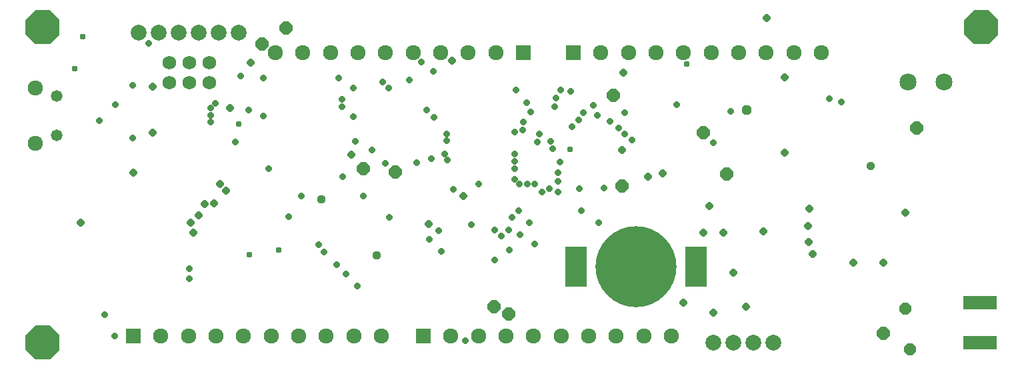
<source format=gbs>
G75*
%MOIN*%
%OFA0B0*%
%FSLAX25Y25*%
%IPPOS*%
%LPD*%
%AMOC8*
5,1,8,0,0,1.08239X$1,22.5*
%
%ADD10C,0.40500*%
%ADD11R,0.10500X0.20500*%
%ADD12C,0.06900*%
%ADD13C,0.07900*%
%ADD14R,0.07587X0.07587*%
%ADD15C,0.07587*%
%ADD16R,0.16500X0.06500*%
%ADD17C,0.08500*%
%ADD18C,0.05815*%
%ADD19C,0.04437*%
%ADD20OC8,0.03669*%
%ADD21OC8,0.03078*%
%ADD22OC8,0.06406*%
%ADD23OC8,0.05815*%
%ADD24OC8,0.03275*%
%ADD25C,0.03078*%
%ADD26OC8,0.04929*%
%ADD27OC8,0.17000*%
%ADD28OC8,0.04062*%
D10*
X0322869Y0058625D03*
D11*
X0292869Y0058625D03*
X0352869Y0058625D03*
D12*
X0109619Y0150500D03*
X0099619Y0150500D03*
X0089619Y0150500D03*
X0089619Y0160500D03*
X0099619Y0160500D03*
X0109619Y0160500D03*
D13*
X0114119Y0175500D03*
X0124119Y0175500D03*
X0104119Y0175500D03*
X0094119Y0175500D03*
X0084119Y0175500D03*
X0074119Y0175500D03*
X0361619Y0020500D03*
X0371619Y0020500D03*
X0381619Y0020500D03*
X0391619Y0020500D03*
D14*
X0216619Y0024000D03*
X0071619Y0024000D03*
X0266619Y0165500D03*
X0291619Y0165500D03*
D15*
X0305398Y0165500D03*
X0319178Y0165500D03*
X0332957Y0165500D03*
X0346737Y0165500D03*
X0360516Y0165500D03*
X0374296Y0165500D03*
X0388075Y0165500D03*
X0401855Y0165500D03*
X0415634Y0165500D03*
X0252839Y0165500D03*
X0239060Y0165500D03*
X0225280Y0165500D03*
X0211501Y0165500D03*
X0197721Y0165500D03*
X0183942Y0165500D03*
X0170162Y0165500D03*
X0156383Y0165500D03*
X0142603Y0165500D03*
X0022619Y0147780D03*
X0022619Y0120220D03*
X0085398Y0024000D03*
X0099178Y0024000D03*
X0112957Y0024000D03*
X0126737Y0024000D03*
X0140516Y0024000D03*
X0154296Y0024000D03*
X0168075Y0024000D03*
X0181855Y0024000D03*
X0195634Y0024000D03*
X0230398Y0024000D03*
X0244178Y0024000D03*
X0257957Y0024000D03*
X0271737Y0024000D03*
X0285516Y0024000D03*
X0299296Y0024000D03*
X0313075Y0024000D03*
X0326855Y0024000D03*
X0340634Y0024000D03*
D16*
X0494869Y0020500D03*
X0494869Y0040500D03*
D17*
X0476931Y0150813D03*
X0458931Y0150813D03*
D18*
X0033249Y0143843D03*
X0033249Y0124157D03*
D19*
X0165492Y0092212D03*
X0193331Y0064373D03*
D20*
X0219119Y0080000D03*
X0236556Y0093937D03*
X0180619Y0114500D03*
X0119869Y0137750D03*
X0081369Y0148438D03*
X0130119Y0160625D03*
X0081244Y0125500D03*
X0071619Y0105500D03*
X0107244Y0089875D03*
X0111994Y0090250D03*
X0117869Y0096625D03*
X0114756Y0099816D03*
X0104119Y0084250D03*
X0100119Y0080500D03*
X0101619Y0075500D03*
X0045404Y0080559D03*
X0230758Y0161530D03*
X0316619Y0155419D03*
X0388119Y0183000D03*
X0397119Y0153369D03*
X0315994Y0116750D03*
X0336306Y0105187D03*
X0328994Y0103625D03*
X0359619Y0088937D03*
X0386619Y0076084D03*
X0366619Y0075500D03*
X0356619Y0075500D03*
X0371619Y0055500D03*
X0346619Y0040500D03*
X0361619Y0035500D03*
X0377869Y0038500D03*
X0431619Y0060500D03*
X0446619Y0060500D03*
X0411174Y0065056D03*
X0409306Y0070813D03*
X0408869Y0079000D03*
X0409463Y0087500D03*
X0457495Y0085500D03*
X0397119Y0115500D03*
X0315369Y0054875D03*
D21*
X0272406Y0069999D03*
X0259619Y0067000D03*
X0255494Y0073750D03*
X0264752Y0074627D03*
X0259119Y0077000D03*
X0252247Y0076817D03*
X0240619Y0079524D03*
X0224119Y0076500D03*
X0219436Y0072222D03*
X0225436Y0066155D03*
X0252119Y0062000D03*
X0269619Y0080500D03*
X0260962Y0083313D03*
X0264228Y0086625D03*
X0275975Y0095789D03*
X0279688Y0097419D03*
X0283761Y0095937D03*
X0294522Y0097687D03*
X0283830Y0101226D03*
X0283872Y0105500D03*
X0284994Y0110937D03*
X0281244Y0117625D03*
X0280147Y0121125D03*
X0273470Y0120914D03*
X0274619Y0125000D03*
X0266092Y0127000D03*
X0262119Y0126000D03*
X0266619Y0131000D03*
X0270119Y0136000D03*
X0268345Y0140552D03*
X0262767Y0146961D03*
X0282869Y0143000D03*
X0285369Y0146750D03*
X0290369Y0146125D03*
X0282089Y0138470D03*
X0296619Y0135500D03*
X0294119Y0131750D03*
X0290994Y0128625D03*
X0303494Y0134250D03*
X0309744Y0131125D03*
X0314119Y0128000D03*
X0317244Y0124816D03*
X0320994Y0121750D03*
X0317244Y0135500D03*
X0301619Y0139250D03*
X0343119Y0139500D03*
X0361619Y0120500D03*
X0306994Y0097750D03*
X0295619Y0086437D03*
X0304122Y0080497D03*
X0272267Y0099970D03*
X0268489Y0099851D03*
X0264545Y0099851D03*
X0262119Y0102285D03*
X0262119Y0107444D03*
X0262119Y0111222D03*
X0262119Y0115000D03*
X0228619Y0112000D03*
X0227119Y0115000D03*
X0220619Y0112500D03*
X0213119Y0110500D03*
X0197576Y0110293D03*
X0190908Y0116994D03*
X0182499Y0121222D03*
X0181619Y0133500D03*
X0175908Y0138500D03*
X0175908Y0142278D03*
X0181619Y0148000D03*
X0174408Y0153000D03*
X0196345Y0150774D03*
X0199119Y0148000D03*
X0209619Y0152000D03*
X0221536Y0156214D03*
X0215467Y0160848D03*
X0218223Y0137000D03*
X0221874Y0133245D03*
X0228119Y0125000D03*
X0228119Y0121500D03*
X0176202Y0103412D03*
X0186619Y0094000D03*
X0199442Y0083313D03*
X0164119Y0069500D03*
X0166927Y0065808D03*
X0173361Y0059413D03*
X0177954Y0054836D03*
X0183677Y0049058D03*
X0237619Y0021500D03*
X0099505Y0052614D03*
X0099505Y0057614D03*
X0057119Y0034500D03*
X0062119Y0024000D03*
X0149369Y0083457D03*
X0155619Y0094000D03*
X0139119Y0107500D03*
X0122619Y0121000D03*
X0110119Y0134350D03*
X0110119Y0137750D03*
X0112480Y0140161D03*
X0129119Y0137000D03*
X0136619Y0153000D03*
X0125119Y0154000D03*
X0079119Y0170250D03*
X0071115Y0149188D03*
X0062619Y0139500D03*
X0054619Y0131500D03*
X0071374Y0123000D03*
X0231619Y0097108D03*
X0244119Y0099851D03*
D22*
X0202619Y0106000D03*
X0186619Y0107500D03*
X0311619Y0144250D03*
X0356619Y0125500D03*
X0368369Y0104750D03*
X0315994Y0098937D03*
X0463181Y0127997D03*
X0251869Y0038500D03*
X0259119Y0034750D03*
X0446619Y0025187D03*
X0135994Y0169875D03*
X0147869Y0178000D03*
D23*
X0457495Y0037626D03*
X0460056Y0017375D03*
D24*
X0136654Y0134012D03*
X0110119Y0131000D03*
X0370369Y0136250D03*
X0419619Y0142500D03*
X0425619Y0141000D03*
D25*
X0348119Y0159980D03*
X0289846Y0117281D03*
X0144119Y0067000D03*
X0129619Y0064500D03*
X0124119Y0130000D03*
X0042119Y0157500D03*
X0046119Y0173500D03*
D26*
X0378119Y0137000D03*
D27*
X0026306Y0020500D03*
X0026306Y0178312D03*
X0495681Y0178312D03*
D28*
X0440119Y0109000D03*
M02*

</source>
